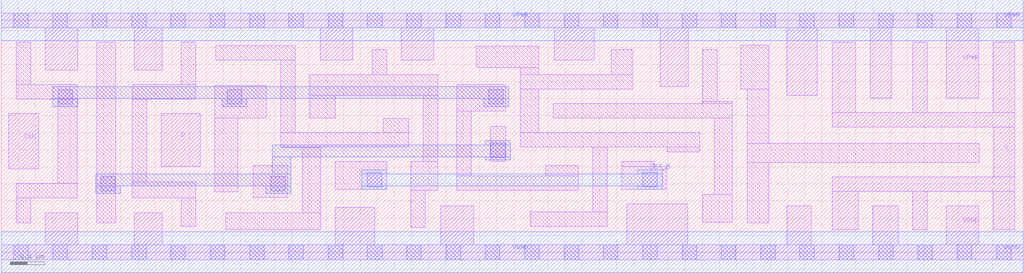
<source format=lef>
# Copyright 2020 The SkyWater PDK Authors
#
# Licensed under the Apache License, Version 2.0 (the "License");
# you may not use this file except in compliance with the License.
# You may obtain a copy of the License at
#
#     https://www.apache.org/licenses/LICENSE-2.0
#
# Unless required by applicable law or agreed to in writing, software
# distributed under the License is distributed on an "AS IS" BASIS,
# WITHOUT WARRANTIES OR CONDITIONS OF ANY KIND, either express or implied.
# See the License for the specific language governing permissions and
# limitations under the License.
#
# SPDX-License-Identifier: Apache-2.0

VERSION 5.7 ;
  NAMESCASESENSITIVE ON ;
  NOWIREEXTENSIONATPIN ON ;
  DIVIDERCHAR "/" ;
  BUSBITCHARS "[]" ;
UNITS
  DATABASE MICRONS 200 ;
END UNITS
PROPERTYDEFINITIONS
  MACRO maskLayoutSubType STRING ;
  MACRO prCellType STRING ;
  MACRO originalViewName STRING ;
END PROPERTYDEFINITIONS
MACRO sky130_fd_sc_hdll__dfstp_4
  CLASS CORE ;
  FOREIGN sky130_fd_sc_hdll__dfstp_4 ;
  ORIGIN  0.000000  0.000000 ;
  SIZE  11.96000 BY  2.720000 ;
  SYMMETRY X Y R90 ;
  SITE unithd ;
  PIN CLK
    ANTENNAGATEAREA  0.178200 ;
    DIRECTION INPUT ;
    USE SIGNAL ;
    PORT
      LAYER li1 ;
        RECT 0.090000 0.975000 0.440000 1.625000 ;
    END
  END CLK
  PIN D
    ANTENNAGATEAREA  0.247200 ;
    DIRECTION INPUT ;
    USE SIGNAL ;
    PORT
      LAYER li1 ;
        RECT 1.870000 1.005000 2.330000 1.625000 ;
    END
  END D
  PIN Q
    ANTENNADIFFAREA  1.435000 ;
    DIRECTION OUTPUT ;
    USE SIGNAL ;
    PORT
      LAYER li1 ;
        RECT  9.725000 0.265000 10.025000 0.715000 ;
        RECT  9.725000 0.715000 11.860000 0.885000 ;
        RECT  9.725000 1.470000 11.860000 1.640000 ;
        RECT  9.725000 1.640000  9.995000 2.465000 ;
        RECT 10.665000 0.265000 10.835000 0.715000 ;
        RECT 10.665000 1.640000 10.835000 2.465000 ;
        RECT 11.605000 0.265000 11.860000 0.715000 ;
        RECT 11.605000 1.640000 11.860000 2.465000 ;
        RECT 11.610000 0.885000 11.860000 1.470000 ;
    END
  END Q
  PIN SET_B
    ANTENNAGATEAREA  0.277200 ;
    DIRECTION INPUT ;
    USE SIGNAL ;
    PORT
      LAYER met1 ;
        RECT 4.220000 0.735000 4.510000 0.780000 ;
        RECT 4.220000 0.780000 7.735000 0.920000 ;
        RECT 4.220000 0.920000 4.510000 0.965000 ;
        RECT 7.445000 0.735000 7.735000 0.780000 ;
        RECT 7.445000 0.920000 7.735000 0.965000 ;
    END
  END SET_B
  PIN VGND
    ANTENNADIFFAREA  1.599300 ;
    DIRECTION INOUT ;
    USE SIGNAL ;
    PORT
      LAYER li1 ;
        RECT  0.000000 -0.085000 11.960000 0.085000 ;
        RECT  0.515000  0.085000  0.895000 0.465000 ;
        RECT  1.555000  0.085000  1.885000 0.465000 ;
        RECT  3.910000  0.085000  4.370000 0.525000 ;
        RECT  5.140000  0.085000  5.530000 0.545000 ;
        RECT  7.320000  0.085000  8.030000 0.565000 ;
        RECT  9.190000  0.085000  9.475000 0.545000 ;
        RECT 10.195000  0.085000 10.495000 0.545000 ;
        RECT 11.055000  0.085000 11.435000 0.545000 ;
      LAYER mcon ;
        RECT  0.145000 -0.085000  0.315000 0.085000 ;
        RECT  0.605000 -0.085000  0.775000 0.085000 ;
        RECT  1.065000 -0.085000  1.235000 0.085000 ;
        RECT  1.525000 -0.085000  1.695000 0.085000 ;
        RECT  1.985000 -0.085000  2.155000 0.085000 ;
        RECT  2.445000 -0.085000  2.615000 0.085000 ;
        RECT  2.905000 -0.085000  3.075000 0.085000 ;
        RECT  3.365000 -0.085000  3.535000 0.085000 ;
        RECT  3.825000 -0.085000  3.995000 0.085000 ;
        RECT  4.285000 -0.085000  4.455000 0.085000 ;
        RECT  4.745000 -0.085000  4.915000 0.085000 ;
        RECT  5.205000 -0.085000  5.375000 0.085000 ;
        RECT  5.665000 -0.085000  5.835000 0.085000 ;
        RECT  6.125000 -0.085000  6.295000 0.085000 ;
        RECT  6.585000 -0.085000  6.755000 0.085000 ;
        RECT  7.045000 -0.085000  7.215000 0.085000 ;
        RECT  7.505000 -0.085000  7.675000 0.085000 ;
        RECT  7.965000 -0.085000  8.135000 0.085000 ;
        RECT  8.425000 -0.085000  8.595000 0.085000 ;
        RECT  8.885000 -0.085000  9.055000 0.085000 ;
        RECT  9.345000 -0.085000  9.515000 0.085000 ;
        RECT  9.805000 -0.085000  9.975000 0.085000 ;
        RECT 10.265000 -0.085000 10.435000 0.085000 ;
        RECT 10.725000 -0.085000 10.895000 0.085000 ;
        RECT 11.185000 -0.085000 11.355000 0.085000 ;
        RECT 11.645000 -0.085000 11.815000 0.085000 ;
    END
    PORT
      LAYER met1 ;
        RECT 0.000000 -0.240000 11.960000 0.240000 ;
    END
  END VGND
  PIN VPWR
    ANTENNADIFFAREA  1.968300 ;
    DIRECTION INOUT ;
    USE SIGNAL ;
    PORT
      LAYER li1 ;
        RECT  0.000000 2.635000 11.960000 2.805000 ;
        RECT  0.515000 2.135000  0.895000 2.635000 ;
        RECT  1.555000 2.135000  1.885000 2.635000 ;
        RECT  3.730000 2.255000  4.110000 2.635000 ;
        RECT  4.680000 2.255000  5.060000 2.635000 ;
        RECT  6.470000 2.255000  6.940000 2.635000 ;
        RECT  7.710000 1.945000  8.040000 2.635000 ;
        RECT  9.190000 1.835000  9.545000 2.635000 ;
        RECT 10.165000 1.810000 10.420000 2.635000 ;
        RECT 11.055000 1.810000 11.435000 2.635000 ;
      LAYER mcon ;
        RECT  0.145000 2.635000  0.315000 2.805000 ;
        RECT  0.605000 2.635000  0.775000 2.805000 ;
        RECT  1.065000 2.635000  1.235000 2.805000 ;
        RECT  1.525000 2.635000  1.695000 2.805000 ;
        RECT  1.985000 2.635000  2.155000 2.805000 ;
        RECT  2.445000 2.635000  2.615000 2.805000 ;
        RECT  2.905000 2.635000  3.075000 2.805000 ;
        RECT  3.365000 2.635000  3.535000 2.805000 ;
        RECT  3.825000 2.635000  3.995000 2.805000 ;
        RECT  4.285000 2.635000  4.455000 2.805000 ;
        RECT  4.745000 2.635000  4.915000 2.805000 ;
        RECT  5.205000 2.635000  5.375000 2.805000 ;
        RECT  5.665000 2.635000  5.835000 2.805000 ;
        RECT  6.125000 2.635000  6.295000 2.805000 ;
        RECT  6.585000 2.635000  6.755000 2.805000 ;
        RECT  7.045000 2.635000  7.215000 2.805000 ;
        RECT  7.505000 2.635000  7.675000 2.805000 ;
        RECT  7.965000 2.635000  8.135000 2.805000 ;
        RECT  8.425000 2.635000  8.595000 2.805000 ;
        RECT  8.885000 2.635000  9.055000 2.805000 ;
        RECT  9.345000 2.635000  9.515000 2.805000 ;
        RECT  9.805000 2.635000  9.975000 2.805000 ;
        RECT 10.265000 2.635000 10.435000 2.805000 ;
        RECT 10.725000 2.635000 10.895000 2.805000 ;
        RECT 11.185000 2.635000 11.355000 2.805000 ;
        RECT 11.645000 2.635000 11.815000 2.805000 ;
    END
    PORT
      LAYER met1 ;
        RECT 0.000000 2.480000 11.960000 2.960000 ;
    END
  END VPWR
  OBS
    LAYER li1 ;
      RECT 0.175000 0.345000  0.345000 0.635000 ;
      RECT 0.175000 0.635000  0.890000 0.805000 ;
      RECT 0.175000 1.795000  0.890000 1.965000 ;
      RECT 0.175000 1.965000  0.345000 2.465000 ;
      RECT 0.660000 0.805000  0.890000 1.795000 ;
      RECT 1.115000 0.345000  1.340000 2.465000 ;
      RECT 1.530000 0.635000  2.275000 0.825000 ;
      RECT 1.530000 0.825000  1.700000 1.795000 ;
      RECT 1.530000 1.795000  2.275000 1.965000 ;
      RECT 2.105000 0.305000  2.275000 0.635000 ;
      RECT 2.105000 1.965000  2.275000 2.465000 ;
      RECT 2.500000 0.705000  2.770000 1.575000 ;
      RECT 2.500000 1.575000  3.100000 1.955000 ;
      RECT 2.510000 2.250000  3.440000 2.420000 ;
      RECT 2.625000 0.265000  3.740000 0.465000 ;
      RECT 2.950000 0.645000  3.350000 1.015000 ;
      RECT 3.270000 1.230000  3.740000 1.235000 ;
      RECT 3.270000 1.235000  4.770000 1.405000 ;
      RECT 3.270000 1.405000  3.440000 2.250000 ;
      RECT 3.520000 0.465000  3.740000 1.230000 ;
      RECT 3.610000 1.575000  3.910000 1.835000 ;
      RECT 3.610000 1.835000  5.110000 2.085000 ;
      RECT 3.910000 0.735000  4.510000 1.065000 ;
      RECT 4.340000 2.085000  4.510000 2.375000 ;
      RECT 4.470000 1.405000  4.770000 1.565000 ;
      RECT 4.790000 0.295000  4.960000 0.725000 ;
      RECT 4.790000 0.725000  5.110000 1.065000 ;
      RECT 4.940000 1.065000  5.110000 1.835000 ;
      RECT 5.330000 0.725000  6.750000 0.895000 ;
      RECT 5.330000 0.895000  5.500000 1.655000 ;
      RECT 5.330000 1.655000  5.900000 1.965000 ;
      RECT 5.560000 2.165000  6.290000 2.415000 ;
      RECT 5.720000 1.065000  5.900000 1.475000 ;
      RECT 6.070000 1.235000  8.170000 1.405000 ;
      RECT 6.070000 1.405000  6.290000 1.915000 ;
      RECT 6.070000 1.915000  7.380000 2.085000 ;
      RECT 6.070000 2.085000  6.290000 2.165000 ;
      RECT 6.190000 0.305000  7.090000 0.475000 ;
      RECT 6.370000 0.895000  6.750000 1.015000 ;
      RECT 6.460000 1.575000  8.550000 1.745000 ;
      RECT 6.920000 0.475000  7.090000 1.235000 ;
      RECT 7.140000 2.085000  7.380000 2.375000 ;
      RECT 7.260000 0.735000  7.780000 1.005000 ;
      RECT 7.260000 1.005000  7.640000 1.065000 ;
      RECT 7.790000 1.175000  8.170000 1.235000 ;
      RECT 8.210000 0.350000  8.550000 0.680000 ;
      RECT 8.210000 1.745000  8.550000 1.765000 ;
      RECT 8.210000 1.765000  8.380000 2.375000 ;
      RECT 8.340000 0.680000  8.550000 1.575000 ;
      RECT 8.650000 1.915000  8.980000 2.425000 ;
      RECT 8.730000 0.345000  8.980000 1.055000 ;
      RECT 8.730000 1.055000 11.440000 1.275000 ;
      RECT 8.730000 1.275000  8.980000 1.915000 ;
    LAYER mcon ;
      RECT 0.665000 1.740000 0.835000 1.910000 ;
      RECT 1.165000 0.720000 1.335000 0.890000 ;
      RECT 2.645000 1.740000 2.815000 1.910000 ;
      RECT 3.155000 0.720000 3.325000 0.890000 ;
      RECT 4.280000 0.765000 4.450000 0.935000 ;
      RECT 5.705000 1.740000 5.875000 1.910000 ;
      RECT 5.725000 1.110000 5.895000 1.280000 ;
      RECT 7.505000 0.765000 7.675000 0.935000 ;
    LAYER met1 ;
      RECT 0.605000 1.710000 0.895000 1.800000 ;
      RECT 0.605000 1.800000 5.935000 1.940000 ;
      RECT 1.105000 0.690000 1.395000 0.780000 ;
      RECT 1.105000 0.780000 3.385000 0.920000 ;
      RECT 2.585000 1.710000 2.875000 1.800000 ;
      RECT 3.095000 0.690000 3.385000 0.780000 ;
      RECT 3.170000 0.920000 3.385000 1.120000 ;
      RECT 3.170000 1.120000 5.955000 1.260000 ;
      RECT 5.645000 1.710000 5.935000 1.800000 ;
      RECT 5.665000 1.080000 5.955000 1.120000 ;
      RECT 5.665000 1.260000 5.955000 1.310000 ;
  END
  PROPERTY maskLayoutSubType "abstract" ;
  PROPERTY prCellType "standard" ;
  PROPERTY originalViewName "layout" ;
END sky130_fd_sc_hdll__dfstp_4

</source>
